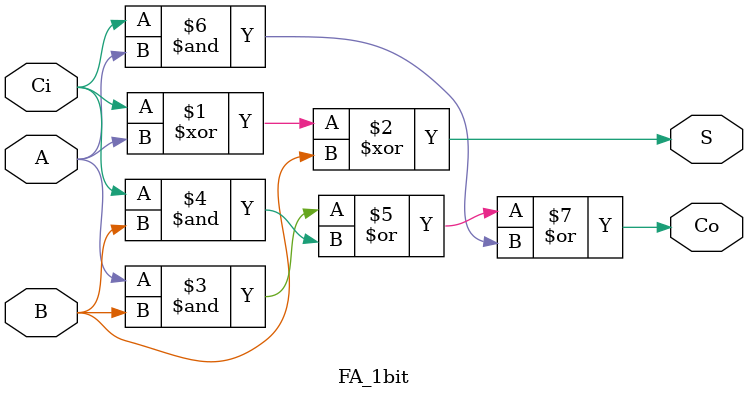
<source format=v>
module count(D,c);
input [31:0]D;
output [5:0]c;
wire CC[3:0];
wire [2:0] F[0:7];
wire [3:0]s[6:0];
wire ss;
wire [5:0]c;
assign c={CC[3],ss,s[6]};
//Finished

comb D0(.A(D[3]),.B(D[2]),.C(D[1]),.D(D[0]),.s(F[0]));
comb D1(.A(D[7]),.B(D[6]),.C(D[5]),.D(D[4]),.s(F[1]));
comb D2(.A(D[11]),.B(D[10]),.C(D[9]),.D(D[8]),.s(F[2]));
comb D3(.A(D[15]),.B(D[14]),.C(D[13]),.D(D[12]),.s(F[3]));
comb D4(.A(D[19]),.B(D[18]),.C(D[17]),.D(D[16]),.s(F[4]));
comb D5(.A(D[23]),.B(D[22]),.C(D[21]),.D(D[20]),.s(F[5]));
comb D6(.A(D[27]),.B(D[26]),.C(D[25]),.D(D[24]),.s(F[6]));
comb D7(.A(D[31]),.B(D[30]),.C(D[29]),.D(D[28]),.s(F[7]));

fa_4bits F0(.A(F[0]),.B(F[1]),.Ci("0"),.S(s[0]));
fa_4bits F1(.A(F[2]),.B(F[3]),.Ci("0"),.S(s[1]));
fa_4bits F2(.A(F[4]),.B(F[5]),.Ci("0"),.S(s[2]));
fa_4bits F3(.A(F[6]),.B(F[7]),.Ci("0"),.S(s[3]));
fa_4bits F4(.A(s[0]),.B(s[1]),.Ci("0"),.S(s[4]),.Co(CC[0]));
fa_4bits F5(.A(s[2]),.B(s[3]),.Ci("0"),.S(s[5]),.Co(CC[1]));
fa_4bits F6(.A(s[4]),.B(s[5]),.Ci(CC[1]),.S(s[6]),.Co(CC[2]));
FA_1bit  FF1(.A(CC[0]),.B(CC[1]),.Ci(CC[2]),.S(ss),.Co(CC[3]));

endmodule

module comb(A,B,C,D,s);
input A,B,C,D;
wire a,b,c,d;
output [2:0] s;

assign s = {b,c,d};
assign b = A&B&C&D;
assign c = (~B&C&D)|(B&~C&D)|(~A&B&C)|(A&~C&D)|(A&C&~D)|(A&B&~D);
assign d = A^B^C^D;
endmodule 

module fa_4bits(A, B, Ci, S, Co);
input [3:0]A,B;
input Ci;
output [3:0]S;
output Co;
wire [2:0]t;
FA_1bit B0(.A(A[0]), .B(B[0]), .Ci(Ci), .S(S[0]), .Co(t[0]));
FA_1bit B1(.A(A[1]), .B(B[1]), .Ci(t[0]), .S(S[1]), .Co(t[1])); 
FA_1bit B2(.A(A[2]), .B(B[2]), .Ci(t[1]), .S(S[2]), .Co(t[2])); 
FA_1bit B3(.A(A[3]), .B(B[3]), .Ci(t[2]), .S(S[3]), .Co(Co));
endmodule

module FA_1bit(A, B, Ci, S, Co);
input A, B, Ci;
output S, Co;
assign S = Ci^A^B;
assign Co = (A & B) | (Ci & B) | (Ci & A); 
endmodule
</source>
